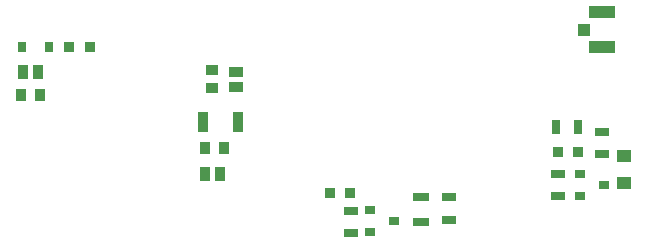
<source format=gtp>
G04*
G04 #@! TF.GenerationSoftware,Altium Limited,Altium Designer,22.3.1 (43)*
G04*
G04 Layer_Color=8421504*
%FSLAX25Y25*%
%MOIN*%
G70*
G04*
G04 #@! TF.SameCoordinates,13010D4F-CA40-4925-A7E6-2A4E1DD476F1*
G04*
G04*
G04 #@! TF.FilePolarity,Positive*
G04*
G01*
G75*
%ADD16R,0.04134X0.03937*%
%ADD17R,0.08661X0.04134*%
%ADD18R,0.05700X0.03000*%
%ADD19R,0.05118X0.04331*%
%ADD20R,0.05118X0.03543*%
%ADD21R,0.03543X0.05118*%
%ADD22R,0.03937X0.03740*%
%ADD23R,0.03740X0.03937*%
%ADD24R,0.03819X0.06811*%
%ADD25R,0.03150X0.05118*%
%ADD26R,0.05118X0.03150*%
%ADD27R,0.03347X0.03347*%
%ADD28R,0.03543X0.03150*%
%ADD29R,0.02756X0.03543*%
D16*
X195571Y78347D02*
D03*
D17*
X201575Y84153D02*
D03*
Y72539D02*
D03*
D18*
X141240Y14206D02*
D03*
Y22605D02*
D03*
D19*
X208760Y36417D02*
D03*
Y27362D02*
D03*
D20*
X79527Y59252D02*
D03*
Y64370D02*
D03*
D21*
X8465Y64173D02*
D03*
X13583D02*
D03*
X69095Y30217D02*
D03*
X74213D02*
D03*
D22*
X71457Y65059D02*
D03*
Y58760D02*
D03*
D23*
X14173Y56693D02*
D03*
X7874D02*
D03*
X75523Y38992D02*
D03*
X69223D02*
D03*
D24*
X80236Y47638D02*
D03*
X68583D02*
D03*
D25*
X186221Y45768D02*
D03*
X193701D02*
D03*
D26*
X150492Y15059D02*
D03*
Y22539D02*
D03*
X201378Y44390D02*
D03*
Y36909D02*
D03*
X117717Y10433D02*
D03*
Y17913D02*
D03*
X187008Y22835D02*
D03*
Y30315D02*
D03*
D27*
X110827Y24016D02*
D03*
X117520D02*
D03*
X186909Y37598D02*
D03*
X193602D02*
D03*
X30709Y72441D02*
D03*
X24016D02*
D03*
D28*
X124262Y18406D02*
D03*
Y10925D02*
D03*
X132234Y14665D02*
D03*
X194144Y30413D02*
D03*
Y22933D02*
D03*
X202116Y26673D02*
D03*
D29*
X8071Y72441D02*
D03*
X17126D02*
D03*
M02*

</source>
